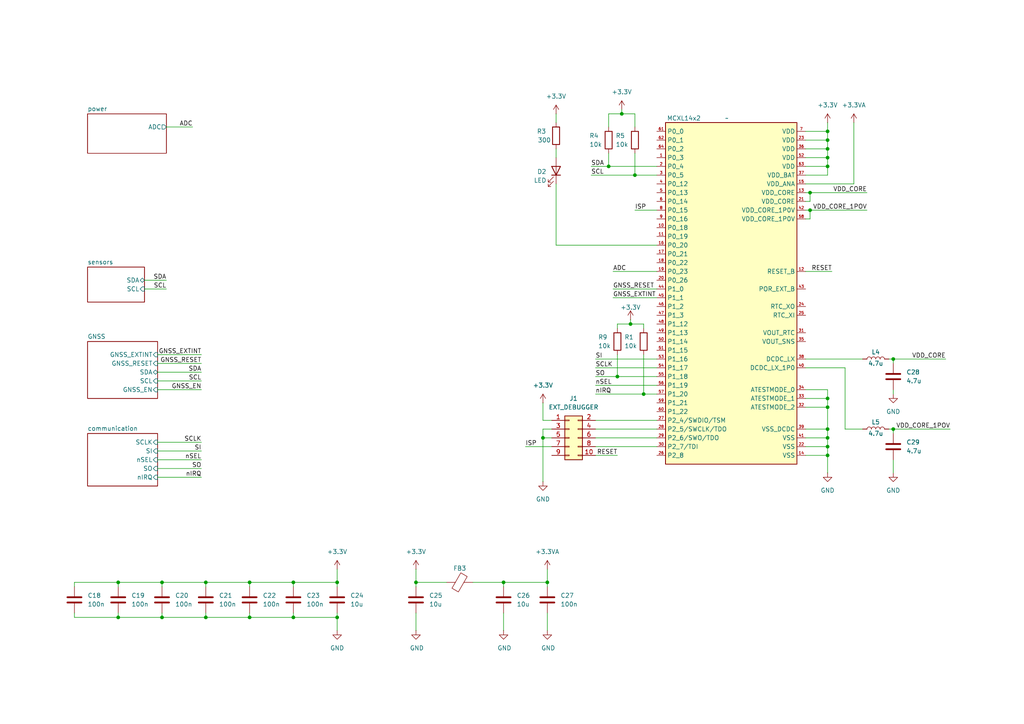
<source format=kicad_sch>
(kicad_sch (version 20231120) (generator "eeschema") (generator_version "8.0")
  (paper "A4")
  (lib_symbols
    (symbol "Connector_Generic:Conn_02x05_Odd_Even" (pin_names (offset 1.016) hide)
      (property "Reference" "J" (at 1.27 7.62 0))
      (property "Value" "Conn_02x05_Odd_Even" (at 1.27 -7.62 0))
      (symbol "Conn_02x05_Odd_Even_1_1"
        (rectangle (start -1.27 -4.953) (end 0 -5.207) (stroke (width 0.1524)))
        (rectangle (start -1.27 -2.413) (end 0 -2.667) (stroke (width 0.1524)))
        (rectangle (start -1.27 0.127) (end 0 -0.127) (stroke (width 0.1524)))
        (rectangle (start -1.27 2.667) (end 0 2.413) (stroke (width 0.1524)))
        (rectangle (start -1.27 5.207) (end 0 4.953) (stroke (width 0.1524)))
        (rectangle (start -1.27 6.35) (end 3.81 -6.35) (stroke (width 0.254)) (fill (type background)))
        (rectangle (start 3.81 -4.953) (end 2.54 -5.207) (stroke (width 0.1524)))
        (rectangle (start 3.81 -2.413) (end 2.54 -2.667) (stroke (width 0.1524)))
        (rectangle (start 3.81 0.127) (end 2.54 -0.127) (stroke (width 0.1524)))
        (rectangle (start 3.81 2.667) (end 2.54 2.413) (stroke (width 0.1524)))
        (rectangle (start 3.81 5.207) (end 2.54 4.953) (stroke (width 0.1524)))
        (pin passive line (at -5.08 5.08 0) (length 3.81) (name "Pin_1") (number "1"))
        (pin passive line (at 7.62 -5.08 180) (length 3.81) (name "Pin_10") (number "10"))
        (pin passive line (at 7.62 5.08 180) (length 3.81) (name "Pin_2") (number "2"))
        (pin passive line (at -5.08 2.54 0) (length 3.81) (name "Pin_3") (number "3"))
        (pin passive line (at 7.62 2.54 180) (length 3.81) (name "Pin_4") (number "4"))
        (pin passive line (at -5.08 0 0) (length 3.81) (name "Pin_5") (number "5"))
        (pin passive line (at 7.62 0 180) (length 3.81) (name "Pin_6") (number "6"))
        (pin passive line (at -5.08 -2.54 0) (length 3.81) (name "Pin_7") (number "7"))
        (pin passive line (at 7.62 -2.54 180) (length 3.81) (name "Pin_8") (number "8"))
        (pin passive line (at -5.08 -5.08 0) (length 3.81) (name "Pin_9") (number "9"))
      )
    )
    (symbol "Device:C" (pin_numbers hide) (pin_names (offset 0.254))
      (property "Reference" "C" (at 0.635 2.54 0))
      (property "Value" "C" (at 0.635 -2.54 0))
      (symbol "C_0_1"
        (polyline (pts (xy -2.032 -0.762) (xy 2.032 -0.762)) (stroke (width 0.508)))
        (polyline (pts (xy -2.032 0.762) (xy 2.032 0.762)) (stroke (width 0.508)))
      )
      (symbol "C_1_1"
        (pin passive line (at 0 3.81 270) (length 2.794) (name "~") (number "1"))
        (pin passive line (at 0 -3.81 90) (length 2.794) (name "~") (number "2"))
      )
    )
    (symbol "Device:FerriteBead" (pin_numbers hide) (pin_names (offset 0))
      (property "Reference" "FB" (at -3.81 0.635 90))
      (property "Value" "FerriteBead" (at 3.81 0 90))
      (symbol "FerriteBead_0_1"
        (polyline (pts (xy 0 -1.27) (xy 0 -1.2192)))
        (polyline (pts (xy 0 1.27) (xy 0 1.2954)))
        (polyline (pts (xy -2.7686 0.4064) (xy -1.7018 2.2606) (xy 2.7686 -0.3048) (xy 1.6764 -2.159) (xy -2.7686 0.4064)))
      )
      (symbol "FerriteBead_1_1"
        (pin passive line (at 0 3.81 270) (length 2.54) (name "~") (number "1"))
        (pin passive line (at 0 -3.81 90) (length 2.54) (name "~") (number "2"))
      )
    )
    (symbol "Device:L" (pin_numbers hide) (pin_names (offset 1.016) hide)
      (property "Reference" "L" (at -1.27 0 90))
      (property "Value" "L" (at 1.905 0 90))
      (symbol "L_0_1"
        (arc (start 0 -2.54) (mid 0.6323 -1.905) (end 0 -1.27))
        (arc (start 0 -1.27) (mid 0.6323 -0.635) (end 0 0))
        (arc (start 0 0) (mid 0.6323 0.635) (end 0 1.27))
        (arc (start 0 1.27) (mid 0.6323 1.905) (end 0 2.54))
      )
      (symbol "L_1_1"
        (pin passive line (at 0 3.81 270) (length 1.27) (name "1") (number "1"))
        (pin passive line (at 0 -3.81 90) (length 1.27) (name "2") (number "2"))
      )
    )
    (symbol "Device:LED" (pin_numbers hide) (pin_names (offset 1.016) hide)
      (property "Reference" "D" (at 0 2.54 0))
      (property "Value" "LED" (at 0 -2.54 0))
      (symbol "LED_0_1"
        (polyline (pts (xy -1.27 -1.27) (xy -1.27 1.27)) (stroke (width 0.254)))
        (polyline (pts (xy -1.27 0) (xy 1.27 0)))
        (polyline (pts (xy 1.27 -1.27) (xy 1.27 1.27) (xy -1.27 0) (xy 1.27 -1.27)) (stroke (width 0.254)))
        (polyline (pts (xy -3.048 -0.762) (xy -4.572 -2.286) (xy -3.81 -2.286) (xy -4.572 -2.286) (xy -4.572 -1.524)))
        (polyline (pts (xy -1.778 -0.762) (xy -3.302 -2.286) (xy -2.54 -2.286) (xy -3.302 -2.286) (xy -3.302 -1.524)))
      )
      (symbol "LED_1_1"
        (pin passive line (at -3.81 0 0) (length 2.54) (name "K") (number "1"))
        (pin passive line (at 3.81 0 180) (length 2.54) (name "A") (number "2"))
      )
    )
    (symbol "Device:R" (pin_numbers hide) (pin_names (offset 0))
      (property "Reference" "R" (at 2.032 0 90))
      (property "Value" "R" (at 0 0 90))
      (symbol "R_0_1"
        (rectangle (start -1.016 -2.54) (end 1.016 2.54) (stroke (width 0.254)))
      )
      (symbol "R_1_1"
        (pin passive line (at 0 3.81 270) (length 1.27) (name "~") (number "1"))
        (pin passive line (at 0 -3.81 90) (length 1.27) (name "~") (number "2"))
      )
    )
    (symbol "MCU_NXP_MCX:MCX_L14x"
      (property "Reference" "MCXL14x1" (at -11.176 0 0))
      (property "Value" "~" (at 1.27 0 0))
      (symbol "MCX_L14x_0_0"
        (rectangle (start -16.51 -1.27) (end 21.59 -100.33) (stroke (width 0.254)) (fill (type background)))
      )
      (symbol "MCX_L14x_1_1"
        (pin bidirectional line (at -19.05 -11.43 0) (length 2.54) (name "P0_3") (number "1"))
        (pin bidirectional line (at -19.05 -31.75 0) (length 2.54) (name "P0_18") (number "10"))
        (pin bidirectional line (at -19.05 -34.29 0) (length 2.54) (name "P0_19") (number "11"))
        (pin bidirectional line (at 24.13 -44.45 180) (length 2.54) (name "RESET_B") (number "12"))
        (pin power_in line (at 24.13 -21.59 180) (length 2.54) (name "VDD_CORE") (number "13"))
        (pin power_in line (at 24.13 -97.79 180) (length 2.54) (name "VSS") (number "14"))
        (pin power_in line (at 24.13 -19.05 180) (length 2.54) (name "VDD_ANA") (number "15"))
        (pin bidirectional line (at -19.05 -36.83 0) (length 2.54) (name "P0_20") (number "16"))
        (pin bidirectional line (at -19.05 -39.37 0) (length 2.54) (name "P0_21") (number "17"))
        (pin bidirectional line (at -19.05 -41.91 0) (length 2.54) (name "P0_22") (number "18"))
        (pin bidirectional line (at -19.05 -44.45 0) (length 2.54) (name "P0_23") (number "19"))
        (pin bidirectional line (at -19.05 -13.97 0) (length 2.54) (name "P0_4") (number "2"))
        (pin bidirectional line (at -19.05 -46.99 0) (length 2.54) (name "P0_26") (number "20"))
        (pin power_in line (at 24.13 -24.13 180) (length 2.54) (name "VDD_CORE") (number "21"))
        (pin power_in line (at 24.13 -95.25 180) (length 2.54) (name "VSS") (number "22"))
        (pin power_in line (at 24.13 -6.35 180) (length 2.54) (name "VDD") (number "23"))
        (pin bidirectional line (at 24.13 -54.61 180) (length 2.54) (name "RTC_XO") (number "24"))
        (pin bidirectional line (at 24.13 -57.15 180) (length 2.54) (name "RTC_XI") (number "25"))
        (pin bidirectional line (at -19.05 -97.79 0) (length 2.54) (name "P2_8") (number "26"))
        (pin bidirectional line (at -19.05 -87.63 0) (length 2.54) (name "P2_4/SWDIO/TSM") (number "27"))
        (pin bidirectional line (at -19.05 -90.17 0) (length 2.54) (name "P2_5/SWCLK/TDO") (number "28"))
        (pin bidirectional line (at -19.05 -92.71 0) (length 2.54) (name "P2_6/SWO/TDO") (number "29"))
        (pin bidirectional line (at -19.05 -16.51 0) (length 2.54) (name "P0_5") (number "3"))
        (pin bidirectional line (at -19.05 -95.25 0) (length 2.54) (name "P2_7/TDI") (number "30"))
        (pin bidirectional line (at 24.13 -62.23 180) (length 2.54) (name "VOUT_RTC") (number "31"))
        (pin bidirectional line (at 24.13 -83.82 180) (length 2.54) (name "ATESTMODE_2") (number "32"))
        (pin bidirectional line (at 24.13 -81.28 180) (length 2.54) (name "ATESTMODE_1") (number "33"))
        (pin bidirectional line (at 24.13 -78.74 180) (length 2.54) (name "ATESTMODE_0") (number "34"))
        (pin bidirectional line (at 24.13 -64.77 180) (length 2.54) (name "VOUT_SNS") (number "35"))
        (pin power_in line (at 24.13 -8.89 180) (length 2.54) (name "VDD") (number "36"))
        (pin power_in line (at 24.13 -16.51 180) (length 2.54) (name "VDD_BAT") (number "37"))
        (pin bidirectional line (at 24.13 -69.85 180) (length 2.54) (name "DCDC_LX") (number "38"))
        (pin power_in line (at 24.13 -90.17 180) (length 2.54) (name "VSS_DCDC") (number "39"))
        (pin bidirectional line (at -19.05 -19.05 0) (length 2.54) (name "P0_12") (number "4"))
        (pin bidirectional line (at 24.13 -72.39 180) (length 2.54) (name "DCDC_LX_1P0") (number "40"))
        (pin power_in line (at 24.13 -92.71 180) (length 2.54) (name "VSS") (number "41"))
        (pin power_in line (at 24.13 -26.67 180) (length 2.54) (name "VDD_CORE_1P0V") (number "42"))
        (pin bidirectional line (at 24.13 -49.53 180) (length 2.54) (name "POR_EXT_B") (number "43"))
        (pin bidirectional line (at -19.05 -49.53 0) (length 2.54) (name "P1_0") (number "44"))
        (pin bidirectional line (at -19.05 -52.07 0) (length 2.54) (name "P1_1") (number "45"))
        (pin bidirectional line (at -19.05 -54.61 0) (length 2.54) (name "P1_2") (number "46"))
        (pin bidirectional line (at -19.05 -57.15 0) (length 2.54) (name "P1_3") (number "47"))
        (pin bidirectional line (at -19.05 -59.69 0) (length 2.54) (name "P1_12") (number "48"))
        (pin bidirectional line (at -19.05 -62.23 0) (length 2.54) (name "P1_13") (number "49"))
        (pin bidirectional line (at -19.05 -21.59 0) (length 2.54) (name "P0_13") (number "5"))
        (pin bidirectional line (at -19.05 -64.77 0) (length 2.54) (name "P1_14") (number "50"))
        (pin bidirectional line (at -19.05 -67.31 0) (length 2.54) (name "P1_15") (number "51"))
        (pin power_in line (at 24.13 -11.43 180) (length 2.54) (name "VDD") (number "52"))
        (pin bidirectional line (at -19.05 -69.85 0) (length 2.54) (name "P1_16") (number "53"))
        (pin bidirectional line (at -19.05 -72.39 0) (length 2.54) (name "P1_17") (number "54"))
        (pin bidirectional line (at -19.05 -74.93 0) (length 2.54) (name "P1_18") (number "55"))
        (pin bidirectional line (at -19.05 -77.47 0) (length 2.54) (name "P1_19") (number "56"))
        (pin bidirectional line (at -19.05 -80.01 0) (length 2.54) (name "P1_20") (number "57"))
        (pin power_in line (at 24.13 -29.21 180) (length 2.54) (name "VDD_CORE_1P0V") (number "58"))
        (pin bidirectional line (at -19.05 -82.55 0) (length 2.54) (name "P1_21") (number "59"))
        (pin bidirectional line (at -19.05 -24.13 0) (length 2.54) (name "P0_14") (number "6"))
        (pin bidirectional line (at -19.05 -85.09 0) (length 2.54) (name "P1_22") (number "60"))
        (pin bidirectional line (at -19.05 -3.81 0) (length 2.54) (name "P0_0") (number "61"))
        (pin bidirectional line (at -19.05 -6.35 0) (length 2.54) (name "P0_1") (number "62"))
        (pin power_in line (at 24.13 -13.97 180) (length 2.54) (name "VDD") (number "63"))
        (pin bidirectional line (at -19.05 -8.89 0) (length 2.54) (name "P0_2") (number "64"))
        (pin power_in line (at 24.13 -3.81 180) (length 2.54) (name "VDD") (number "7"))
        (pin bidirectional line (at -19.05 -26.67 0) (length 2.54) (name "P0_15") (number "8"))
        (pin bidirectional line (at -19.05 -29.21 0) (length 2.54) (name "P0_16") (number "9"))
      )
    )
    (symbol "power:+3.3V" (power) (pin_numbers hide) (pin_names (offset 0) hide)
      (property "Value" "+3.3V" (at 0 3.556 0))
      (symbol "+3.3V_0_1"
        (polyline (pts (xy -0.762 1.27) (xy 0 2.54)))
        (polyline (pts (xy 0 0) (xy 0 2.54)))
        (polyline (pts (xy 0 2.54) (xy 0.762 1.27)))
      )
      (symbol "+3.3V_1_1"
        (pin power_in line (at 0 0 90) (length 0) (name "~") (number "1"))
      )
    )
    (symbol "power:+3.3VA" (power) (pin_numbers hide) (pin_names (offset 0) hide)
      (property "Value" "+3.3VA" (at 0 3.556 0))
      (symbol "+3.3VA_0_1"
        (polyline (pts (xy -0.762 1.27) (xy 0 2.54)))
        (polyline (pts (xy 0 0) (xy 0 2.54)))
        (polyline (pts (xy 0 2.54) (xy 0.762 1.27)))
      )
      (symbol "+3.3VA_1_1"
        (pin power_in line (at 0 0 90) (length 0) (name "~") (number "1"))
      )
    )
    (symbol "power:GND" (power) (pin_numbers hide) (pin_names (offset 0) hide)
      (property "Value" "GND" (at 0 -3.81 0))
      (symbol "GND_0_1"
        (polyline (pts (xy 0 0) (xy 0 -1.27) (xy 1.27 -1.27) (xy 0 -2.54) (xy -1.27 -1.27) (xy 0 -1.27)))
      )
      (symbol "GND_1_1"
        (pin power_in line (at 0 0 270) (length 0) (name "~") (number "1"))
      )
    )
  )
  (junction (at 240.03 129.54))
  (junction (at 85.09 168.91))
  (junction (at 240.03 40.64))
  (junction (at 240.03 132.08))
  (junction (at 72.39 179.07))
  (junction (at 46.99 179.07))
  (junction (at 120.65 168.91))
  (junction (at 180.34 33.02))
  (junction (at 34.29 179.07))
  (junction (at 158.75 168.91))
  (junction (at 97.79 168.91))
  (junction (at 240.03 124.46))
  (junction (at 182.88 93.98))
  (junction (at 240.03 115.57))
  (junction (at 234.95 60.96))
  (junction (at 59.69 168.91))
  (junction (at 179.07 109.22))
  (junction (at 240.03 38.1))
  (junction (at 186.69 114.3))
  (junction (at 59.69 179.07))
  (junction (at 85.09 179.07))
  (junction (at 34.29 168.91))
  (junction (at 97.79 179.07))
  (junction (at 240.03 43.18))
  (junction (at 240.03 45.72))
  (junction (at 259.08 104.14))
  (junction (at 184.15 50.8))
  (junction (at 240.03 118.11))
  (junction (at 240.03 127))
  (junction (at 146.05 168.91))
  (junction (at 157.48 127))
  (junction (at 240.03 48.26))
  (junction (at 259.08 124.46))
  (junction (at 176.53 48.26))
  (junction (at 46.99 168.91))
  (junction (at 234.95 55.88))
  (junction (at 72.39 168.91))
  (wire (pts (xy 177.8 78.74) (xy 190.5 78.74)))
  (wire (pts (xy 137.16 168.91) (xy 146.05 168.91)))
  (wire (pts (xy 21.59 179.07) (xy 34.29 179.07)))
  (wire (pts (xy 240.03 124.46) (xy 240.03 127)))
  (wire (pts (xy 72.39 179.07) (xy 59.69 179.07)))
  (wire (pts (xy 182.88 92.71) (xy 182.88 93.98)))
  (wire (pts (xy 158.75 170.18) (xy 158.75 168.91)))
  (wire (pts (xy 85.09 168.91) (xy 72.39 168.91)))
  (wire (pts (xy 259.08 133.35) (xy 259.08 137.16)))
  (wire (pts (xy 172.72 124.46) (xy 190.5 124.46)))
  (wire (pts (xy 233.68 50.8) (xy 240.03 50.8)))
  (wire (pts (xy 45.72 135.89) (xy 58.42 135.89)))
  (wire (pts (xy 182.88 93.98) (xy 186.69 93.98)))
  (wire (pts (xy 171.45 48.26) (xy 176.53 48.26)))
  (wire (pts (xy 34.29 168.91) (xy 21.59 168.91)))
  (wire (pts (xy 259.08 113.03) (xy 259.08 114.3)))
  (wire (pts (xy 245.11 124.46) (xy 250.19 124.46)))
  (wire (pts (xy 233.68 113.03) (xy 240.03 113.03)))
  (wire (pts (xy 234.95 58.42) (xy 234.95 55.88)))
  (wire (pts (xy 240.03 129.54) (xy 240.03 132.08)))
  (wire (pts (xy 85.09 179.07) (xy 97.79 179.07)))
  (wire (pts (xy 172.72 127) (xy 190.5 127)))
  (wire (pts (xy 72.39 168.91) (xy 72.39 170.18)))
  (wire (pts (xy 180.34 31.75) (xy 180.34 33.02)))
  (wire (pts (xy 179.07 93.98) (xy 179.07 95.25)))
  (wire (pts (xy 176.53 33.02) (xy 180.34 33.02)))
  (wire (pts (xy 158.75 177.8) (xy 158.75 182.88)))
  (wire (pts (xy 46.99 168.91) (xy 46.99 170.18)))
  (wire (pts (xy 172.72 129.54) (xy 190.5 129.54)))
  (wire (pts (xy 177.8 86.36) (xy 190.5 86.36)))
  (wire (pts (xy 120.65 170.18) (xy 120.65 168.91)))
  (wire (pts (xy 184.15 33.02) (xy 180.34 33.02)))
  (wire (pts (xy 157.48 127) (xy 157.48 139.7)))
  (wire (pts (xy 233.68 106.68) (xy 245.11 106.68)))
  (wire (pts (xy 158.75 165.1) (xy 158.75 168.91)))
  (wire (pts (xy 45.72 105.41) (xy 58.42 105.41)))
  (wire (pts (xy 152.4 129.54) (xy 160.02 129.54)))
  (wire (pts (xy 245.11 106.68) (xy 245.11 124.46)))
  (wire (pts (xy 157.48 121.92) (xy 160.02 121.92)))
  (wire (pts (xy 184.15 50.8) (xy 190.5 50.8)))
  (wire (pts (xy 34.29 168.91) (xy 34.29 170.18)))
  (wire (pts (xy 45.72 138.43) (xy 58.42 138.43)))
  (wire (pts (xy 172.72 109.22) (xy 179.07 109.22)))
  (wire (pts (xy 233.68 58.42) (xy 234.95 58.42)))
  (wire (pts (xy 247.65 53.34) (xy 233.68 53.34)))
  (wire (pts (xy 34.29 177.8) (xy 34.29 179.07)))
  (wire (pts (xy 240.03 35.56) (xy 240.03 38.1)))
  (wire (pts (xy 120.65 165.1) (xy 120.65 168.91)))
  (wire (pts (xy 161.29 53.34) (xy 161.29 71.12)))
  (wire (pts (xy 240.03 113.03) (xy 240.03 115.57)))
  (wire (pts (xy 233.68 78.74) (xy 241.3 78.74)))
  (wire (pts (xy 41.91 81.28) (xy 48.26 81.28)))
  (wire (pts (xy 176.53 48.26) (xy 190.5 48.26)))
  (wire (pts (xy 161.29 43.18) (xy 161.29 45.72)))
  (wire (pts (xy 161.29 33.02) (xy 161.29 35.56)))
  (wire (pts (xy 59.69 168.91) (xy 59.69 170.18)))
  (wire (pts (xy 240.03 132.08) (xy 240.03 137.16)))
  (wire (pts (xy 233.68 45.72) (xy 240.03 45.72)))
  (wire (pts (xy 157.48 124.46) (xy 157.48 127)))
  (wire (pts (xy 45.72 133.35) (xy 58.42 133.35)))
  (wire (pts (xy 34.29 168.91) (xy 46.99 168.91)))
  (wire (pts (xy 97.79 170.18) (xy 97.79 168.91)))
  (wire (pts (xy 97.79 177.8) (xy 97.79 179.07)))
  (wire (pts (xy 240.03 115.57) (xy 240.03 118.11)))
  (wire (pts (xy 72.39 168.91) (xy 59.69 168.91)))
  (wire (pts (xy 257.81 104.14) (xy 259.08 104.14)))
  (wire (pts (xy 233.68 132.08) (xy 240.03 132.08)))
  (wire (pts (xy 184.15 60.96) (xy 190.5 60.96)))
  (wire (pts (xy 233.68 60.96) (xy 234.95 60.96)))
  (wire (pts (xy 240.03 48.26) (xy 240.03 45.72)))
  (wire (pts (xy 160.02 124.46) (xy 157.48 124.46)))
  (wire (pts (xy 240.03 50.8) (xy 240.03 48.26)))
  (wire (pts (xy 85.09 168.91) (xy 85.09 170.18)))
  (wire (pts (xy 233.68 104.14) (xy 250.19 104.14)))
  (wire (pts (xy 45.72 110.49) (xy 58.42 110.49)))
  (wire (pts (xy 45.72 107.95) (xy 58.42 107.95)))
  (wire (pts (xy 179.07 102.87) (xy 179.07 109.22)))
  (wire (pts (xy 240.03 127) (xy 240.03 129.54)))
  (wire (pts (xy 234.95 60.96) (xy 251.46 60.96)))
  (wire (pts (xy 45.72 128.27) (xy 58.42 128.27)))
  (wire (pts (xy 59.69 177.8) (xy 59.69 179.07)))
  (wire (pts (xy 72.39 177.8) (xy 72.39 179.07)))
  (wire (pts (xy 240.03 118.11) (xy 240.03 124.46)))
  (wire (pts (xy 257.81 124.46) (xy 259.08 124.46)))
  (wire (pts (xy 259.08 124.46) (xy 259.08 125.73)))
  (wire (pts (xy 97.79 179.07) (xy 97.79 182.88)))
  (wire (pts (xy 186.69 102.87) (xy 186.69 114.3)))
  (wire (pts (xy 233.68 63.5) (xy 234.95 63.5)))
  (wire (pts (xy 172.72 132.08) (xy 179.07 132.08)))
  (wire (pts (xy 259.08 104.14) (xy 259.08 105.41)))
  (wire (pts (xy 247.65 35.56) (xy 247.65 53.34)))
  (wire (pts (xy 41.91 83.82) (xy 48.26 83.82)))
  (wire (pts (xy 240.03 38.1) (xy 233.68 38.1)))
  (wire (pts (xy 97.79 168.91) (xy 85.09 168.91)))
  (wire (pts (xy 21.59 177.8) (xy 21.59 179.07)))
  (wire (pts (xy 97.79 165.1) (xy 97.79 168.91)))
  (wire (pts (xy 59.69 179.07) (xy 46.99 179.07)))
  (wire (pts (xy 177.8 83.82) (xy 190.5 83.82)))
  (wire (pts (xy 72.39 179.07) (xy 85.09 179.07)))
  (wire (pts (xy 240.03 45.72) (xy 240.03 43.18)))
  (wire (pts (xy 46.99 177.8) (xy 46.99 179.07)))
  (wire (pts (xy 172.72 104.14) (xy 190.5 104.14)))
  (wire (pts (xy 120.65 168.91) (xy 129.54 168.91)))
  (wire (pts (xy 233.68 115.57) (xy 240.03 115.57)))
  (wire (pts (xy 233.68 40.64) (xy 240.03 40.64)))
  (wire (pts (xy 146.05 177.8) (xy 146.05 182.88)))
  (wire (pts (xy 234.95 55.88) (xy 251.46 55.88)))
  (wire (pts (xy 146.05 168.91) (xy 146.05 170.18)))
  (wire (pts (xy 184.15 36.83) (xy 184.15 33.02)))
  (wire (pts (xy 172.72 111.76) (xy 190.5 111.76)))
  (wire (pts (xy 85.09 179.07) (xy 85.09 177.8)))
  (wire (pts (xy 233.68 124.46) (xy 240.03 124.46)))
  (wire (pts (xy 45.72 130.81) (xy 58.42 130.81)))
  (wire (pts (xy 259.08 124.46) (xy 275.59 124.46)))
  (wire (pts (xy 233.68 43.18) (xy 240.03 43.18)))
  (wire (pts (xy 233.68 118.11) (xy 240.03 118.11)))
  (wire (pts (xy 234.95 63.5) (xy 234.95 60.96)))
  (wire (pts (xy 59.69 168.91) (xy 46.99 168.91)))
  (wire (pts (xy 21.59 170.18) (xy 21.59 168.91)))
  (wire (pts (xy 182.88 93.98) (xy 179.07 93.98)))
  (wire (pts (xy 48.26 36.83) (xy 55.88 36.83)))
  (wire (pts (xy 233.68 129.54) (xy 240.03 129.54)))
  (wire (pts (xy 45.72 102.87) (xy 58.42 102.87)))
  (wire (pts (xy 233.68 55.88) (xy 234.95 55.88)))
  (wire (pts (xy 120.65 177.8) (xy 120.65 182.88)))
  (wire (pts (xy 240.03 43.18) (xy 240.03 40.64)))
  (wire (pts (xy 186.69 114.3) (xy 190.5 114.3)))
  (wire (pts (xy 176.53 44.45) (xy 176.53 48.26)))
  (wire (pts (xy 172.72 121.92) (xy 190.5 121.92)))
  (wire (pts (xy 186.69 95.25) (xy 186.69 93.98)))
  (wire (pts (xy 160.02 127) (xy 157.48 127)))
  (wire (pts (xy 172.72 106.68) (xy 190.5 106.68)))
  (wire (pts (xy 171.45 50.8) (xy 184.15 50.8)))
  (wire (pts (xy 46.99 179.07) (xy 34.29 179.07)))
  (wire (pts (xy 157.48 116.84) (xy 157.48 121.92)))
  (wire (pts (xy 146.05 168.91) (xy 158.75 168.91)))
  (wire (pts (xy 184.15 44.45) (xy 184.15 50.8)))
  (wire (pts (xy 259.08 104.14) (xy 274.32 104.14)))
  (wire (pts (xy 233.68 48.26) (xy 240.03 48.26)))
  (wire (pts (xy 45.72 113.03) (xy 58.42 113.03)))
  (wire (pts (xy 161.29 71.12) (xy 190.5 71.12)))
  (wire (pts (xy 179.07 109.22) (xy 190.5 109.22)))
  (wire (pts (xy 233.68 127) (xy 240.03 127)))
  (wire (pts (xy 172.72 114.3) (xy 186.69 114.3)))
  (wire (pts (xy 176.53 36.83) (xy 176.53 33.02)))
  (wire (pts (xy 240.03 40.64) (xy 240.03 38.1)))
  (label "VDD_CORE_1POV" (at 251.46 60.96 180))
  (label "nIRQ" (at 172.72 114.3 0))
  (label "GNSS_EN" (at 58.42 113.03 180))
  (label "SI" (at 58.42 130.81 180))
  (label "ADC" (at 177.8 78.74 0))
  (label "GNSS_EXTINT" (at 177.8 86.36 0))
  (label "SCLK" (at 58.42 128.27 180))
  (label "nSEL" (at 58.42 133.35 180))
  (label "nIRQ" (at 58.42 138.43 180))
  (label "SO" (at 58.42 135.89 180))
  (label "SCL" (at 48.26 83.82 180))
  (label "SO" (at 172.72 109.22 0))
  (label "VDD_CORE" (at 274.32 104.14 180))
  (label "SDA" (at 171.45 48.26 0))
  (label "GNSS_RESET" (at 177.8 83.82 0))
  (label "SCL" (at 171.45 50.8 0))
  (label "nSEL" (at 172.72 111.76 0))
  (label "ISP" (at 152.4 129.54 0))
  (label "RESET" (at 241.3 78.74 180))
  (label "VDD_CORE_1POV" (at 275.59 124.46 180))
  (label "VDD_CORE" (at 251.46 55.88 180))
  (label "ADC" (at 55.88 36.83 180))
  (label "SCL" (at 58.42 110.49 180))
  (label "SI" (at 172.72 104.14 0))
  (label "SDA" (at 48.26 81.28 180))
  (label "RESET" (at 179.07 132.08 180))
  (label "SDA" (at 58.42 107.95 180))
  (label "ISP" (at 184.15 60.96 0))
  (label "SCLK" (at 172.72 106.68 0))
  (label "GNSS_RESET" (at 58.42 105.41 180))
  (label "GNSS_EXTINT" (at 58.42 102.87 180))
  (symbol (lib_id "MCU_NXP_MCX:MCX_L14x") (at 209.55 34.29 0) (unit 1)
    (property "Reference" "MCXL14x2" (at 198.374 34.29 0))
    (property "Value" "~" (at 210.82 34.29 0))
  )
  (symbol (lib_id "Device:LED") (at 161.29 49.53 270) (mirror x) (unit 1)
    (property "Reference" "D2" (at 158.496 49.784 90) (effects (justify right)))
    (property "Value" "LED" (at 158.496 52.324 90) (effects (justify right)))
    (property "Description" "Light emitting diode" (effects (hide yes)))
  )
  (symbol (lib_id "Device:C") (at 59.69 173.99 0) (unit 1)
    (property "Reference" "C21" (at 63.5 172.7199 0) (effects (justify left)))
    (property "Value" "100n" (at 63.5 175.2599 0) (effects (justify left)))
    (property "Description" "Unpolarized capacitor" (effects (hide yes)))
  )
  (symbol (lib_id "Device:R") (at 161.29 39.37 0) (mirror y) (unit 1)
    (property "Reference" "R3" (at 155.702 38.1 0) (effects (justify right)))
    (property "Value" "300" (at 155.956 40.64 0) (effects (justify right)))
    (property "Description" "Resistor" (effects (hide yes)))
  )
  (symbol (lib_id "power:+3.3V") (at 180.34 31.75 0) (unit 1)
    (property "Reference" "#PWR021" (effects (hide yes)))
    (property "Value" "+3.3V" (at 180.34 26.67 0))
    (property "Description" "Power symbol creates a global label with name \"+3.3V\"" (effects (hide yes)))
  )
  (symbol (lib_id "Device:R") (at 184.15 40.64 0) (mirror y) (unit 1)
    (property "Reference" "R5" (at 178.562 39.37 0) (effects (justify right)))
    (property "Value" "10k" (at 178.562 41.91 0) (effects (justify right)))
    (property "Description" "Resistor" (effects (hide yes)))
  )
  (symbol (lib_id "Device:C") (at 146.05 173.99 0) (unit 1)
    (property "Reference" "C26" (at 149.86 172.7199 0) (effects (justify left)))
    (property "Value" "10u" (at 149.86 175.2599 0) (effects (justify left)))
    (property "Description" "Unpolarized capacitor" (effects (hide yes)))
  )
  (symbol (lib_id "power:GND") (at 158.75 182.88 0) (unit 1)
    (property "Reference" "#PWR030" (effects (hide yes)))
    (property "Value" "GND" (at 159.004 187.96 0))
    (property "Description" "Power symbol creates a global label with name \"GND\" , ground" (effects (hide yes)))
  )
  (symbol (lib_id "Device:C") (at 97.79 173.99 0) (unit 1)
    (property "Reference" "C24" (at 101.6 172.7199 0) (effects (justify left)))
    (property "Value" "10u" (at 101.6 175.2599 0) (effects (justify left)))
    (property "Description" "Unpolarized capacitor" (effects (hide yes)))
  )
  (symbol (lib_id "Device:C") (at 72.39 173.99 0) (unit 1)
    (property "Reference" "C22" (at 76.2 172.7199 0) (effects (justify left)))
    (property "Value" "100n" (at 76.2 175.2599 0) (effects (justify left)))
    (property "Description" "Unpolarized capacitor" (effects (hide yes)))
  )
  (symbol (lib_id "power:GND") (at 240.03 137.16 0) (unit 1)
    (property "Reference" "#PWR032" (effects (hide yes)))
    (property "Value" "GND" (at 240.03 142.24 0))
    (property "Description" "Power symbol creates a global label with name \"GND\" , ground" (effects (hide yes)))
  )
  (symbol (lib_id "Device:C") (at 21.59 173.99 0) (unit 1)
    (property "Reference" "C18" (at 25.4 172.7199 0) (effects (justify left)))
    (property "Value" "100n" (at 25.4 175.2599 0) (effects (justify left)))
    (property "Description" "Unpolarized capacitor" (effects (hide yes)))
  )
  (symbol (lib_id "Connector_Generic:Conn_02x05_Odd_Even") (at 165.1 127 0) (unit 1)
    (property "Reference" "J1" (at 166.37 115.57 0))
    (property "Value" "EXT_DEBUGGER" (at 166.37 118.11 0))
    (property "Description" "Generic connector, double row, 02x05, odd/even pin numbering scheme (row 1 odd numbers, row 2 even numbers), script generated (kicad-library-utils/schlib/autogen/connector/)" (effects (hide yes)))
  )
  (symbol (lib_id "Device:L") (at 254 104.14 90) (unit 1)
    (property "Reference" "L4" (at 254 102.108 90))
    (property "Value" "4.7u" (at 254 105.41 90))
    (property "Description" "Inductor" (effects (hide yes)))
  )
  (symbol (lib_id "Device:C") (at 85.09 173.99 0) (unit 1)
    (property "Reference" "C23" (at 88.9 172.7199 0) (effects (justify left)))
    (property "Value" "100n" (at 88.9 175.2599 0) (effects (justify left)))
    (property "Description" "Unpolarized capacitor" (effects (hide yes)))
  )
  (symbol (lib_id "power:GND") (at 97.79 182.88 0) (unit 1)
    (property "Reference" "#PWR024" (effects (hide yes)))
    (property "Value" "GND" (at 97.79 187.96 0))
    (property "Description" "Power symbol creates a global label with name \"GND\" , ground" (effects (hide yes)))
  )
  (symbol (lib_id "Device:C") (at 158.75 173.99 0) (unit 1)
    (property "Reference" "C27" (at 162.56 172.7199 0) (effects (justify left)))
    (property "Value" "100n" (at 162.56 175.2599 0) (effects (justify left)))
    (property "Description" "Unpolarized capacitor" (effects (hide yes)))
  )
  (symbol (lib_id "Device:C") (at 46.99 173.99 0) (unit 1)
    (property "Reference" "C20" (at 50.8 172.7199 0) (effects (justify left)))
    (property "Value" "100n" (at 50.8 175.2599 0) (effects (justify left)))
    (property "Description" "Unpolarized capacitor" (effects (hide yes)))
  )
  (symbol (lib_id "power:+3.3V") (at 240.03 35.56 0) (unit 1)
    (property "Reference" "#PWR031" (effects (hide yes)))
    (property "Value" "+3.3V" (at 240.03 30.48 0))
    (property "Description" "Power symbol creates a global label with name \"+3.3V\"" (effects (hide yes)))
  )
  (symbol (lib_id "power:+3.3VA") (at 158.75 165.1 0) (unit 1)
    (property "Reference" "#PWR029" (effects (hide yes)))
    (property "Value" "+3.3VA" (at 158.75 160.02 0))
    (property "Description" "Power symbol creates a global label with name \"+3.3VA\"" (effects (hide yes)))
  )
  (symbol (lib_id "Device:C") (at 259.08 109.22 0) (unit 1)
    (property "Reference" "C28" (at 262.89 107.9499 0) (effects (justify left)))
    (property "Value" "4.7u" (at 262.89 110.4899 0) (effects (justify left)))
    (property "Description" "Unpolarized capacitor" (effects (hide yes)))
  )
  (symbol (lib_id "power:+3.3V") (at 97.79 165.1 0) (unit 1)
    (property "Reference" "#PWR023" (effects (hide yes)))
    (property "Value" "+3.3V" (at 97.79 160.02 0))
    (property "Description" "Power symbol creates a global label with name \"+3.3V\"" (effects (hide yes)))
  )
  (symbol (lib_id "Device:C") (at 120.65 173.99 0) (unit 1)
    (property "Reference" "C25" (at 124.46 172.7199 0) (effects (justify left)))
    (property "Value" "10u" (at 124.46 175.2599 0) (effects (justify left)))
    (property "Description" "Unpolarized capacitor" (effects (hide yes)))
  )
  (symbol (lib_id "Device:FerriteBead") (at 133.35 168.91 90) (unit 1)
    (property "Reference" "FB3" (at 133.35 164.846 90))
    (property "Value" "FerriteBead" (effects (hide yes)))
    (property "Description" "Ferrite bead" (effects (hide yes)))
  )
  (symbol (lib_id "power:GND") (at 120.65 182.88 0) (unit 1)
    (property "Reference" "#PWR027" (effects (hide yes)))
    (property "Value" "GND" (at 120.904 187.96 0))
    (property "Description" "Power symbol creates a global label with name \"GND\" , ground" (effects (hide yes)))
  )
  (symbol (lib_id "Device:C") (at 34.29 173.99 0) (unit 1)
    (property "Reference" "C19" (at 38.1 172.7199 0) (effects (justify left)))
    (property "Value" "100n" (at 38.1 175.2599 0) (effects (justify left)))
    (property "Description" "Unpolarized capacitor" (effects (hide yes)))
  )
  (symbol (lib_id "power:+3.3V") (at 157.48 116.84 0) (unit 1)
    (property "Reference" "#PWR02" (effects (hide yes)))
    (property "Value" "+3.3V" (at 157.48 111.76 0))
    (property "Description" "Power symbol creates a global label with name \"+3.3V\"" (effects (hide yes)))
  )
  (symbol (lib_id "power:GND") (at 146.05 182.88 0) (unit 1)
    (property "Reference" "#PWR028" (effects (hide yes)))
    (property "Value" "GND" (at 146.304 187.96 0))
    (property "Description" "Power symbol creates a global label with name \"GND\" , ground" (effects (hide yes)))
  )
  (symbol (lib_id "Device:R") (at 186.69 99.06 0) (mirror y) (unit 1)
    (property "Reference" "R1" (at 181.102 97.79 0) (effects (justify right)))
    (property "Value" "10k" (at 181.102 100.33 0) (effects (justify right)))
    (property "Description" "Resistor" (effects (hide yes)))
  )
  (symbol (lib_id "Device:R") (at 176.53 40.64 0) (mirror y) (unit 1)
    (property "Reference" "R4" (at 170.942 39.37 0) (effects (justify right)))
    (property "Value" "10k" (at 170.942 41.91 0) (effects (justify right)))
    (property "Description" "Resistor" (effects (hide yes)))
  )
  (symbol (lib_id "power:GND") (at 157.48 139.7 0) (unit 1)
    (property "Reference" "#PWR01" (effects (hide yes)))
    (property "Value" "GND" (at 157.48 144.78 0))
    (property "Description" "Power symbol creates a global label with name \"GND\" , ground" (effects (hide yes)))
  )
  (symbol (lib_id "Device:R") (at 179.07 99.06 0) (mirror y) (unit 1)
    (property "Reference" "R9" (at 173.482 97.79 0) (effects (justify right)))
    (property "Value" "10k" (at 173.482 100.33 0) (effects (justify right)))
    (property "Description" "Resistor" (effects (hide yes)))
  )
  (symbol (lib_id "power:+3.3VA") (at 247.65 35.56 0) (unit 1)
    (property "Reference" "#PWR033" (effects (hide yes)))
    (property "Value" "+3.3VA" (at 247.65 30.48 0))
    (property "Description" "Power symbol creates a global label with name \"+3.3VA\"" (effects (hide yes)))
  )
  (symbol (lib_id "power:GND") (at 259.08 114.3 0) (unit 1)
    (property "Reference" "#PWR034" (effects (hide yes)))
    (property "Value" "GND" (at 259.08 119.38 0))
    (property "Description" "Power symbol creates a global label with name \"GND\" , ground" (effects (hide yes)))
  )
  (symbol (lib_id "power:+3.3V") (at 161.29 33.02 0) (unit 1)
    (property "Reference" "#PWR025" (effects (hide yes)))
    (property "Value" "+3.3V" (at 161.29 27.94 0))
    (property "Description" "Power symbol creates a global label with name \"+3.3V\"" (effects (hide yes)))
  )
  (symbol (lib_id "power:+3.3V") (at 120.65 165.1 0) (unit 1)
    (property "Reference" "#PWR026" (effects (hide yes)))
    (property "Value" "+3.3V" (at 120.65 160.02 0))
    (property "Description" "Power symbol creates a global label with name \"+3.3V\"" (effects (hide yes)))
  )
  (symbol (lib_id "power:+3.3V") (at 182.88 92.71 0) (unit 1)
    (property "Reference" "#PWR022" (effects (hide yes)))
    (property "Value" "+3.3V" (at 182.88 89.154 0))
    (property "Description" "Power symbol creates a global label with name \"+3.3V\"" (effects (hide yes)))
  )
  (symbol (lib_id "Device:C") (at 259.08 129.54 0) (unit 1)
    (property "Reference" "C29" (at 262.89 128.2699 0) (effects (justify left)))
    (property "Value" "4.7u" (at 262.89 130.8099 0) (effects (justify left)))
    (property "Description" "Unpolarized capacitor" (effects (hide yes)))
  )
  (symbol (lib_id "Device:L") (at 254 124.46 90) (unit 1)
    (property "Reference" "L5" (at 254 122.428 90))
    (property "Value" "4.7u" (at 254 125.73 90))
    (property "Description" "Inductor" (effects (hide yes)))
  )
  (symbol (lib_id "power:GND") (at 259.08 137.16 0) (unit 1)
    (property "Reference" "#PWR035" (effects (hide yes)))
    (property "Value" "GND" (at 259.08 142.24 0))
    (property "Description" "Power symbol creates a global label with name \"GND\" , ground" (effects (hide yes)))
  )
  (sheet (at 25.4 125.73) (size 20.32 15.24) (stroke (width 0.1524))
    (property "Sheetname" "communication" (at 25.4 125.0184 0) (effects (justify left bottom)))
    (property "Sheetfile" "communication.kicad_sch" (effects (hide yes)))
    (pin "nIRQ" input (at 45.72 138.43 0))
    (pin "nSEL" input (at 45.72 133.35 0))
    (pin "SCLK" input (at 45.72 128.27 0))
    (pin "SI" input (at 45.72 130.81 0))
    (pin "SO" input (at 45.72 135.89 0))
  )
  (sheet (at 25.4 77.47) (size 16.51 10.16) (stroke (width 0.1524))
    (property "Sheetname" "sensors" (at 25.4 76.7584 0) (effects (justify left bottom)))
    (property "Sheetfile" "sensors.kicad_sch" (effects (hide yes)))
    (pin "SCL" input (at 41.91 83.82 0))
    (pin "SDA" bidirectional (at 41.91 81.28 0))
  )
  (sheet (at 25.4 33.02) (size 22.86 11.43) (stroke (width 0.1524))
    (property "Sheetname" "power" (at 25.4 32.3084 0) (effects (justify left bottom)))
    (property "Sheetfile" "power.kicad_sch" (effects (hide yes)))
    (pin "ADC" output (at 48.26 36.83 0))
  )
  (sheet (at 25.4 99.06) (size 20.32 16.51) (stroke (width 0.1524))
    (property "Sheetname" "GNSS" (at 25.4 98.3484 0) (effects (justify left bottom)))
    (property "Sheetfile" "GNSS.kicad_sch" (effects (hide yes)))
    (pin "GNSS_EXTINT" input (at 45.72 102.87 0))
    (pin "GNSS_RESET" input (at 45.72 105.41 0))
    (pin "SDA" bidirectional (at 45.72 107.95 0))
    (pin "SCL" input (at 45.72 110.49 0))
    (pin "GNSS_EN" input (at 45.72 113.03 0))
  )
)
</source>
